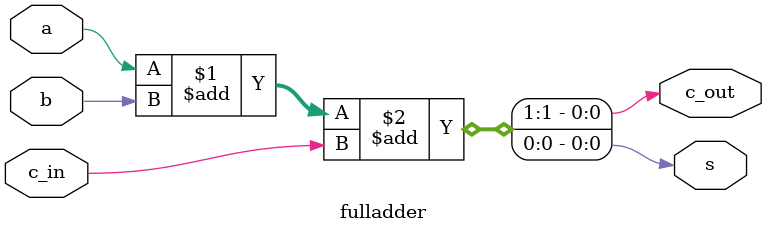
<source format=v>
module wallaceTop (
    input  [31:0]X,
    input  [31:0]Y,
    output [63:0]R,
    output Cout_top
);
wire [31 : -1]      Y_input;
wire [15 : 0]       c;
wire [31 : 0]       P   [15 : 0];

wire [63 : 0]       P_out[15 : 0];
wire [15 : 0]       Cs;

wire [14 : 0]       Cin [63 : 0];
wire [14 : 0]       Cout [63 : 0];
wire [64 : 0]       adder_left;
wire [63 : 0]       adder_right;

assign              Y_input = {Y, 1'b0};
// part 1: 16 wallacePart
generate
    genvar j;
    for (j = 0; j < 16; j = j + 1) begin
        wallacePart u_wallacePart_j(
            .y2(Y_input[2 * j + 1]), 
            .y1(Y_input[2 * j]), 
            .y0(Y_input[2 * j - 1]),
            .X(X),
            .P(P[j]), 
            .c(c[j])
        );
    end
endgenerate
// part 2: convert
wallaceSwitch u_wallaceSwitch(
    .P0(P[0]), 
    .P1(P[1]),
    .P2(P[2]),
    .P3(P[3]),
    .P4(P[4]),
    .P5(P[5]),
    .P6(P[6]),
    .P7(P[7]),
    .P8(P[8]),
    .P9(P[9]),
    .P10(P[10]),
    .P11(P[11]),
    .P12(P[12]),
    .P13(P[13]),
    .P14(P[14]),
    .P15(P[15]),
    .c0(c[0]),
    .c1(c[1]),
    .c2(c[2]),
    .c3(c[3]),
    .c4(c[4]),
    .c5(c[5]),
    .c6(c[6]),
    .c7(c[7]),
    .c8(c[8]),
    .c9(c[9]),
    .c10(c[10]),
    .c11(c[11]),
    .c12(c[12]),
    .c13(c[13]),
    .c14(c[14]),
    .c15(c[15]),
    .P_out_0(P_out[0]), 
    .P_out_1(P_out[1]),
    .P_out_2(P_out[2]),
    .P_out_3(P_out[3]),
    .P_out_4(P_out[4]),
    .P_out_5(P_out[5]),
    .P_out_6(P_out[6]),
    .P_out_7(P_out[7]),
    .P_out_8(P_out[8]),
    .P_out_9(P_out[9]),
    .P_out_10(P_out[10]),
    .P_out_11(P_out[11]),
    .P_out_12(P_out[12]),
    .P_out_13(P_out[13]),
    .P_out_14(P_out[14]),
    .P_out_15(P_out[15]),
    .Cs(Cs)
);
// part 3: 64 single wallace three tree 64  adder
generate 
    wallaceBits u_wallaceBits_0 (
        .P({P_out[15][0], P_out[14][0], P_out[13][0], P_out[12][0], P_out[11][0], P_out[10][0], P_out[9][0], P_out[8][0], P_out[7][0], P_out[6][0], P_out[5][0], P_out[4][0], P_out[3][0], P_out[2][0], P_out[1][0], P_out[0][0]}),
        .Cin(Cs[14 : 0]),
        .Cout(Cout[0]),
        .c(adder_left[1]),
        .s(adder_right[0])
    );
    genvar i;
    for (i = 1; i < 64; i = i + 1) begin
        wallaceBits u_wallaceBits_i (
            .P({P_out[15][i], P_out[14][i], P_out[13][i], P_out[12][i], P_out[11][i], P_out[10][i], P_out[9][i], P_out[8][i], P_out[7][i], P_out[6][i], P_out[5][i], P_out[4][i], P_out[3][i], P_out[2][i], P_out[1][i], P_out[0][i]}),
            .Cin(Cout[i - 1]),
            .Cout(Cout[i]),
            .c(adder_left[i + 1]),
            .s(adder_right[i])
        );
    end
endgenerate
// part 4: adder
assign adder_left[0] = Cs[15];
assign {Cout_top, R} = adder_left[63 : 0] + adder_right[63 : 0];
        
endmodule

module wallacePart(
    input           y2  ,
    input           y1  ,
    input           y0  ,
    input   [31: 0] X   ,
    output  [31:0]  P   ,
    output c
);
wire [31 : 0]   P_case0;
wire [31 : 0]   P_case1;
wire [31 : 0]   P_case2;
wire [31 : 0]   P_unsigned;
wire            case0_valid;
wire            case1_valid;
wire            case2_valid;

assign  P_case0     = 32'b0;
assign  P_case1     = X;
assign  P_case2     = {X[31], X[29 : 0], 1'b0};
assign  case0_valid = (y2 == y1) && (y1 == y0);
assign  case1_valid = y1 != y0;
assign  case2_valid = (y2 != y1) && (y1 == y0);

assign  c           = y2;
assign  P_unsigned  =
      {32{case0_valid}} & P_case0
    | {32{case1_valid}} & P_case1
    | {32{case2_valid}} & P_case2;
assign  P           = y2 == 1'b1 ? ~P_unsigned : P_unsigned;
endmodule

module wallaceSwitch(
    input [31: 0] P0, 
    input [31: 0] P1,
    input [31: 0] P2,
    input [31: 0] P3,
    input [31: 0] P4,
    input [31: 0] P5,
    input [31: 0] P6,
    input [31: 0] P7,
    input [31: 0] P8,
    input [31: 0] P9,
    input [31: 0] P10,
    input [31: 0] P11,
    input [31: 0] P12,
    input [31: 0] P13,
    input [31: 0] P14,
    input [31: 0] P15,
    input         c0,
    input         c1,
    input         c2,
    input         c3,
    input         c4,
    input         c5,
    input         c6,
    input         c7,
    input         c8,
    input         c9,
    input         c10,
    input         c11,
    input         c12,
    input         c13,
    input         c14,
    input         c15,
    output [63: 0] P_out_0, 
    output [63: 0] P_out_1,
    output [63: 0] P_out_2,
    output [63: 0] P_out_3,
    output [63: 0] P_out_4,
    output [63: 0] P_out_5,
    output [63: 0] P_out_6,
    output [63: 0] P_out_7,
    output [63: 0] P_out_8,
    output [63: 0] P_out_9,
    output [63: 0] P_out_10,
    output [63: 0] P_out_11,
    output [63: 0] P_out_12,
    output [63: 0] P_out_13,
    output [63: 0] P_out_14,
    output [63: 0] P_out_15,
    output [15: 0] Cs
);
assign P_out_0      = {{32{P0[31]}}, P0};
assign P_out_1      = {{30{P1[31]}}, P1, {2{P1[31]}}};
assign P_out_2      = {{28{P2[31]}}, P2, {4{P2[31]}}};
assign P_out_3      = {{26{P3[31]}}, P3, {6{P3[31]}}};
assign P_out_4      = {{24{P4[31]}}, P4, {8{P4[31]}}};
assign P_out_5      = {{22{P5[31]}}, P5, {10{P5[31]}}};
assign P_out_6      = {{20{P6[31]}}, P6, {12{P6[31]}}};
assign P_out_7      = {{18{P7[31]}}, P7, {14{P7[31]}}};
assign P_out_8      = {{16{P8[31]}}, P8, {16{P8[31]}}};
assign P_out_9      = {{14{P9[31]}}, P9, {18{P9[31]}}};
assign P_out_10     = {{12{P10[31]}}, P10, {20{P10[31]}}};
assign P_out_11     = {{10{P11[31]}}, P11, {22{P11[31]}}};
assign P_out_12     = {{8{P12[31]}}, P12, {24{P12[31]}}};
assign P_out_13     = {{6{P13[31]}}, P13, {26{P13[31]}}};
assign P_out_14     = {{4{P14[31]}}, P14, {28{P14[31]}}};
assign P_out_15     = {{2{P15[31]}}, P15, {30{P15[31]}}};

assign Cs           = {c15, c14, c13, c12, c11, c10, c9, c8, c7, c6, c5, c4, c3, c2, c1, c0};

endmodule

module wallaceBits(
    input [15 : 0]  P,
    input [14 : 0]  Cin,
    output[14 : 0]  Cout,
    output          c,
    output          s
);
// level 0
fulladder u_inst0(.a(P[0]), .b(P[1]), .c_in(P[2]), .c_out(Cout[0]), .s(s_0));
fulladder u_inst1(.a(P[3]), .b(P[4]), .c_in(P[5]), .c_out(Cout[1]), .s(s_1));
fulladder u_inst2(.a(P[6]), .b(P[7]), .c_in(P[8]), .c_out(Cout[2]), .s(s_2));
fulladder u_inst3(.a(P[9]), .b(P[10]), .c_in(P[11]), .c_out(Cout[3]), .s(s_3));
fulladder u_inst4(.a(P[12]), .b(P[13]), .c_in(P[14]), .c_out(Cout[4]), .s(s_4));
fulladder u_inst5(.a(P[15]), .b(1'b0), .c_in(1'b0), .c_out(Cout[5]), .s(s_5));
// level 1
fulladder u_inst6(.a(s_0), .b(s_1), .c_in(s_2), .c_out(Cout[6]), .s(s_6));
fulladder u_inst7(.a(s_3), .b(s_4), .c_in(s_5), .c_out(Cout[7]), .s(s_7));
fulladder u_inst8(.a(Cin[0]), .b(Cin[1]), .c_in(Cin[2]), .c_out(Cout[8]), .s(s_8));
fulladder u_inst9(.a(Cin[3]), .b(Cin[4]), .c_in(Cin[5]), .c_out(Cout[9]), .s(s_9));
// level 2
fulladder u_inst10(.a(s_6), .b(s_7), .c_in(s_8), .c_out(Cout[10]), .s(s_10));
fulladder u_inst11(.a(s_9), .b(Cin[6]), .c_in(Cin[7]), .c_out(Cout[11]), .s(s_11));
// level 3
fulladder u_inst12(.a(s_10), .b(s_11), .c_in(Cin[8]), .c_out(Cout[12]), .s(s_12));
fulladder u_inst13(.a(Cin[9]), .b(Cin[10]), .c_in(Cin[11]), .c_out(Cout[13]), .s(s_13));
// level 4
fulladder u_inst14(.a(s_12), .b(s_13), .c_in(Cin[12]), .c_out(Cout[14]), .s(s_14));
// level 5
fulladder u_inst15(.a(s_14), .b(Cin[13]), .c_in(Cin[14]), .c_out(c), .s(s));
endmodule

module fulladder (  
    input a,  
    input b,  
    input c_in,  
    output c_out,  
    output s
);  
   assign {c_out, s} = a + b + c_in;  
endmodule 
</source>
